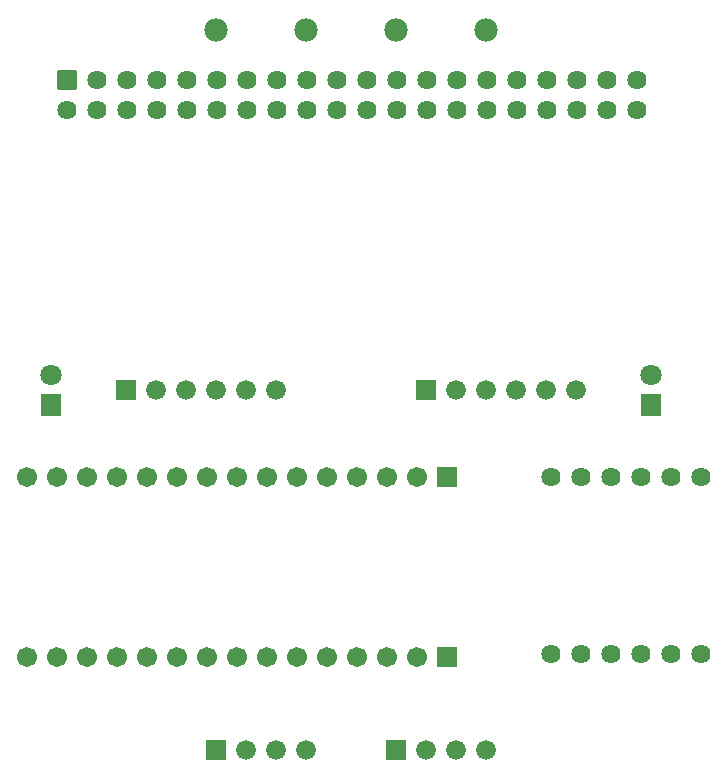
<source format=gbs>
G04 Layer: BottomSolderMaskLayer*
G04 EasyEDA v6.5.51, 2025-09-10 15:25:43*
G04 7811fd6da6e84b80a6dd4c2e862b6bcc,8ef3a173406043228c96bdea823fb63d,10*
G04 Gerber Generator version 0.2*
G04 Scale: 100 percent, Rotated: No, Reflected: No *
G04 Dimensions in millimeters *
G04 leading zeros omitted , absolute positions ,4 integer and 5 decimal *
%FSLAX45Y45*%
%MOMM*%

%AMMACRO1*4,1,8,-0.7831,-0.8128,-0.8128,-0.7828,-0.8128,0.7831,-0.7831,0.8128,0.7828,0.8128,0.8128,0.7831,0.8128,-0.7828,0.7828,-0.8128,-0.7831,-0.8128,0*%
%AMMACRO2*4,1,8,-0.8212,-0.8508,-0.8509,-0.8208,-0.8509,0.8211,-0.8212,0.8508,0.8209,0.8508,0.8509,0.8211,0.8509,-0.8208,0.8209,-0.8508,-0.8212,-0.8508,0*%
%AMMACRO3*4,1,8,-0.8085,-0.8382,-0.8382,-0.8082,-0.8382,0.8085,-0.8085,0.8382,0.8082,0.8382,0.8382,0.8085,0.8382,-0.8082,0.8082,-0.8382,-0.8085,-0.8382,0*%
%AMMACRO4*4,1,8,-0.8085,-0.9007,-0.8382,-0.8707,-0.8382,0.871,-0.8085,0.9007,0.8082,0.9007,0.8382,0.871,0.8382,-0.8707,0.8082,-0.9007,-0.8085,-0.9007,0*%
%ADD10C,1.6256*%
%ADD11MACRO1*%
%ADD12C,1.9812*%
%ADD13C,1.7016*%
%ADD14MACRO2*%
%ADD15MACRO3*%
%ADD16C,1.6764*%
%ADD17MACRO4*%
%ADD18C,1.8016*%
%ADD19C,0.0149*%

%LPD*%
D10*
G01*
X2414219Y1096670D03*
G01*
X2414219Y1350670D03*
G01*
X2160219Y1096670D03*
G01*
X2160219Y1350670D03*
G01*
X1906219Y1096670D03*
G01*
X1906219Y1350670D03*
G01*
X1652219Y1096670D03*
G01*
X1652219Y1350670D03*
G01*
X1398219Y1096670D03*
G01*
X1398219Y1350670D03*
G01*
X1144219Y1096670D03*
G01*
X1144219Y1350670D03*
G01*
X890219Y1096670D03*
G01*
X890219Y1350670D03*
G01*
X636219Y1096670D03*
G01*
X636219Y1350670D03*
G01*
X382219Y1096670D03*
G01*
X382219Y1350670D03*
G01*
X128219Y1096670D03*
G01*
X128219Y1350670D03*
G01*
X-125780Y1096670D03*
G01*
X-125780Y1350670D03*
G01*
X-379780Y1096670D03*
G01*
X-379780Y1350670D03*
G01*
X-633780Y1096670D03*
G01*
X-633780Y1350670D03*
G01*
X-887780Y1096670D03*
G01*
X-887780Y1350670D03*
G01*
X-1141780Y1096670D03*
G01*
X-1141780Y1350670D03*
G01*
X-1395780Y1096670D03*
G01*
X-1395780Y1350670D03*
G01*
X-1649780Y1096670D03*
G01*
X-1649780Y1350670D03*
G01*
X-1903780Y1096670D03*
G01*
X-1903780Y1350670D03*
G01*
X-2157780Y1096670D03*
G01*
X-2157780Y1350670D03*
G01*
X-2411780Y1096670D03*
D11*
G01*
X-2411780Y1350670D03*
D12*
G01*
X-1143000Y1778000D03*
G01*
X-381000Y1778000D03*
G01*
X381000Y1778000D03*
G01*
X1143000Y1778000D03*
D10*
G01*
X1944370Y-2007107D03*
G01*
X2198370Y-2007107D03*
G01*
X2452370Y-2007107D03*
G01*
X2706370Y-2007107D03*
G01*
X2960370Y-2007107D03*
G01*
X2960370Y-3505707D03*
G01*
X2706370Y-3505707D03*
G01*
X2452370Y-3505707D03*
G01*
X2198370Y-3505707D03*
G01*
X1944370Y-3505707D03*
G01*
X1690370Y-3505707D03*
G01*
X1690370Y-2007107D03*
D13*
G01*
X558800Y-3537508D03*
G01*
X50800Y-3537508D03*
G01*
X-457200Y-3537508D03*
G01*
X-965200Y-3537508D03*
G01*
X-1473200Y-3537508D03*
G01*
X-1981200Y-3537508D03*
G01*
X-2489200Y-3537508D03*
G01*
X-2743200Y-2013508D03*
G01*
X-2235200Y-2013508D03*
G01*
X-1727200Y-2013508D03*
G01*
X-1219200Y-2013508D03*
G01*
X-711200Y-2013508D03*
G01*
X-203200Y-2013508D03*
G01*
X304800Y-2013508D03*
G01*
X558800Y-2013508D03*
G01*
X50800Y-2013508D03*
G01*
X-457200Y-2013508D03*
G01*
X-965200Y-2013508D03*
G01*
X-1473200Y-2013508D03*
G01*
X-1981200Y-2013508D03*
G01*
X-2489200Y-2013508D03*
G01*
X-2743200Y-3537508D03*
G01*
X-2235200Y-3537508D03*
G01*
X-1727200Y-3537508D03*
G01*
X-1219200Y-3537508D03*
G01*
X-711200Y-3537508D03*
G01*
X-203200Y-3537508D03*
G01*
X304800Y-3537508D03*
D14*
G01*
X812800Y-3537521D03*
G01*
X812800Y-2013521D03*
D15*
G01*
X381000Y-4318000D03*
D16*
G01*
X635000Y-4318000D03*
G01*
X889000Y-4318000D03*
G01*
X1143000Y-4318000D03*
D15*
G01*
X-1143000Y-4318000D03*
D16*
G01*
X-889000Y-4318000D03*
G01*
X-635000Y-4318000D03*
G01*
X-381000Y-4318000D03*
G01*
X-635000Y-1270000D03*
G01*
X-889000Y-1270000D03*
G01*
X-1143000Y-1270000D03*
G01*
X-1397000Y-1270000D03*
G01*
X-1651000Y-1270000D03*
D15*
G01*
X-1905000Y-1270000D03*
D16*
G01*
X1905000Y-1270000D03*
G01*
X1651000Y-1270000D03*
G01*
X1397000Y-1270000D03*
G01*
X1143000Y-1270000D03*
G01*
X889000Y-1270000D03*
D15*
G01*
X635000Y-1270000D03*
D17*
G01*
X2540000Y-1397000D03*
D18*
G01*
X2540000Y-1143000D03*
D17*
G01*
X-2540000Y-1397000D03*
D18*
G01*
X-2540000Y-1143000D03*
M02*

</source>
